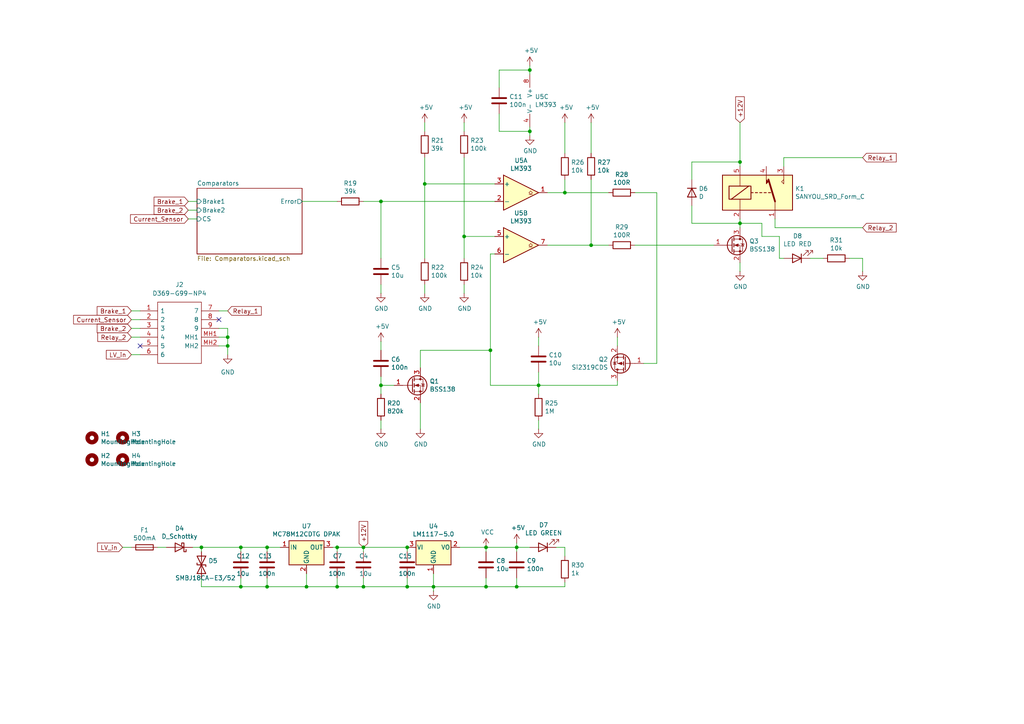
<source format=kicad_sch>
(kicad_sch (version 20231120) (generator "eeschema") (generator_version "8.0")
  (paper "A4")
  (title_block (title "BSPD") (date "2021.04.23") (rev "V3") (company "PUT Motorsport") (comment 1 "Jakub Drankiewicz"))
  (lib_symbols
    (symbol "Comparator:LM393" (pin_names (offset 0.127))
      (property "Reference" "U" (at 3.81 3.81 0))
      (property "Value" "LM393" (at 6.35 -3.81 0))
      (symbol "LM393_1_1"
        (polyline (pts (xy -5.08 5.08) (xy 5.08 0) (xy -5.08 -5.08) (xy -5.08 5.08)) (stroke (width 0.254)) (fill (type background)))
        (polyline (pts (xy 3.302 -0.508) (xy 2.794 -0.508) (xy 3.302 0) (xy 2.794 0.508) (xy 2.286 0) (xy 2.794 -0.508) (xy 2.286 -0.508)) (stroke (width 0.127)))
        (pin open_collector line (at 7.62 0 180) (length 2.54) (name "~") (number "1"))
        (pin input line (at -7.62 -2.54 0) (length 2.54) (name "-") (number "2"))
        (pin input line (at -7.62 2.54 0) (length 2.54) (name "+") (number "3"))
      )
      (symbol "LM393_2_1"
        (polyline (pts (xy -5.08 5.08) (xy 5.08 0) (xy -5.08 -5.08) (xy -5.08 5.08)) (stroke (width 0.254)) (fill (type background)))
        (polyline (pts (xy 3.302 -0.508) (xy 2.794 -0.508) (xy 3.302 0) (xy 2.794 0.508) (xy 2.286 0) (xy 2.794 -0.508) (xy 2.286 -0.508)) (stroke (width 0.127)))
        (pin input line (at -7.62 2.54 0) (length 2.54) (name "+") (number "5"))
        (pin input line (at -7.62 -2.54 0) (length 2.54) (name "-") (number "6"))
        (pin open_collector line (at 7.62 0 180) (length 2.54) (name "~") (number "7"))
      )
      (symbol "LM393_3_1"
        (pin power_in line (at -2.54 -7.62 90) (length 3.81) (name "V-") (number "4"))
        (pin power_in line (at -2.54 7.62 270) (length 3.81) (name "V+") (number "8"))
      )
    )
    (symbol "D369-G99-NP4:D369-G99-NP4" (pin_names (offset 0.762))
      (property "Reference" "J" (at 19.05 7.62 0))
      (property "Value" "D369-G99-NP4" (at 19.05 5.08 0))
      (symbol "D369-G99-NP4_0_0"
        (pin passive line (at 0 0 0) (length 5.08) (name "1") (number "1"))
        (pin passive line (at 0 -2.54 0) (length 5.08) (name "2") (number "2"))
        (pin passive line (at 0 -5.08 0) (length 5.08) (name "3") (number "3"))
        (pin passive line (at 0 -7.62 0) (length 5.08) (name "4") (number "4"))
        (pin passive line (at 0 -10.16 0) (length 5.08) (name "5") (number "5"))
        (pin passive line (at 0 -12.7 0) (length 5.08) (name "6") (number "6"))
        (pin passive line (at 22.86 0 180) (length 5.08) (name "7") (number "7"))
        (pin passive line (at 22.86 -2.54 180) (length 5.08) (name "8") (number "8"))
        (pin passive line (at 22.86 -5.08 180) (length 5.08) (name "9") (number "9"))
        (pin passive line (at 22.86 -7.62 180) (length 5.08) (name "MH1") (number "MH1"))
        (pin passive line (at 22.86 -10.16 180) (length 5.08) (name "MH2") (number "MH2"))
      )
      (symbol "D369-G99-NP4_0_1"
        (polyline (pts (xy 5.08 2.54) (xy 17.78 2.54) (xy 17.78 -15.24) (xy 5.08 -15.24) (xy 5.08 2.54)) (stroke (width 0.1524)))
      )
    )
    (symbol "Device:C" (pin_numbers hide) (pin_names (offset 0.254))
      (property "Reference" "C" (at 0.635 2.54 0))
      (property "Value" "C" (at 0.635 -2.54 0))
      (symbol "C_0_1"
        (polyline (pts (xy -2.032 -0.762) (xy 2.032 -0.762)) (stroke (width 0.508)))
        (polyline (pts (xy -2.032 0.762) (xy 2.032 0.762)) (stroke (width 0.508)))
      )
      (symbol "C_1_1"
        (pin passive line (at 0 3.81 270) (length 2.794) (name "~") (number "1"))
        (pin passive line (at 0 -3.81 90) (length 2.794) (name "~") (number "2"))
      )
    )
    (symbol "Device:D" (pin_numbers hide) (pin_names (offset 1.016) hide)
      (property "Reference" "D" (at 0 2.54 0))
      (property "Value" "D" (at 0 -2.54 0))
      (symbol "D_0_1"
        (polyline (pts (xy -1.27 1.27) (xy -1.27 -1.27)) (stroke (width 0.254)))
        (polyline (pts (xy 1.27 0) (xy -1.27 0)))
        (polyline (pts (xy 1.27 1.27) (xy 1.27 -1.27) (xy -1.27 0) (xy 1.27 1.27)) (stroke (width 0.254)))
      )
      (symbol "D_1_1"
        (pin passive line (at -3.81 0 0) (length 2.54) (name "K") (number "1"))
        (pin passive line (at 3.81 0 180) (length 2.54) (name "A") (number "2"))
      )
    )
    (symbol "Device:D_Schottky" (pin_numbers hide) (pin_names (offset 1.016) hide)
      (property "Reference" "D" (at 0 2.54 0))
      (property "Value" "D_Schottky" (at 0 -2.54 0))
      (symbol "D_Schottky_0_1"
        (polyline (pts (xy 1.27 0) (xy -1.27 0)))
        (polyline (pts (xy 1.27 1.27) (xy 1.27 -1.27) (xy -1.27 0) (xy 1.27 1.27)) (stroke (width 0.254)))
        (polyline (pts (xy -1.905 0.635) (xy -1.905 1.27) (xy -1.27 1.27) (xy -1.27 -1.27) (xy -0.635 -1.27) (xy -0.635 -0.635)) (stroke (width 0.254)))
      )
      (symbol "D_Schottky_1_1"
        (pin passive line (at -3.81 0 0) (length 2.54) (name "K") (number "1"))
        (pin passive line (at 3.81 0 180) (length 2.54) (name "A") (number "2"))
      )
    )
    (symbol "Device:D_TVS" (pin_numbers hide) (pin_names (offset 1.016) hide)
      (property "Reference" "D" (at 0 2.54 0))
      (property "Value" "D_TVS" (at 0 -2.54 0))
      (symbol "D_TVS_0_1"
        (polyline (pts (xy 1.27 0) (xy -1.27 0)))
        (polyline (pts (xy 0.508 1.27) (xy 0 1.27) (xy 0 -1.27) (xy -0.508 -1.27)) (stroke (width 0.254)))
        (polyline (pts (xy -2.54 1.27) (xy -2.54 -1.27) (xy 2.54 1.27) (xy 2.54 -1.27) (xy -2.54 1.27)) (stroke (width 0.254)))
      )
      (symbol "D_TVS_1_1"
        (pin passive line (at -3.81 0 0) (length 2.54) (name "A1") (number "1"))
        (pin passive line (at 3.81 0 180) (length 2.54) (name "A2") (number "2"))
      )
    )
    (symbol "Device:Fuse" (pin_numbers hide) (pin_names (offset 0))
      (property "Reference" "F" (at 2.032 0 90))
      (property "Value" "Fuse" (at -1.905 0 90))
      (symbol "Fuse_0_1"
        (rectangle (start -0.762 -2.54) (end 0.762 2.54) (stroke (width 0.254)))
        (polyline (pts (xy 0 2.54) (xy 0 -2.54)))
      )
      (symbol "Fuse_1_1"
        (pin passive line (at 0 3.81 270) (length 1.27) (name "~") (number "1"))
        (pin passive line (at 0 -3.81 90) (length 1.27) (name "~") (number "2"))
      )
    )
    (symbol "Device:LED" (pin_numbers hide) (pin_names (offset 1.016) hide)
      (property "Reference" "D" (at 0 2.54 0))
      (property "Value" "LED" (at 0 -2.54 0))
      (symbol "LED_0_1"
        (polyline (pts (xy -1.27 -1.27) (xy -1.27 1.27)) (stroke (width 0.254)))
        (polyline (pts (xy -1.27 0) (xy 1.27 0)))
        (polyline (pts (xy 1.27 -1.27) (xy 1.27 1.27) (xy -1.27 0) (xy 1.27 -1.27)) (stroke (width 0.254)))
        (polyline (pts (xy -3.048 -0.762) (xy -4.572 -2.286) (xy -3.81 -2.286) (xy -4.572 -2.286) (xy -4.572 -1.524)))
        (polyline (pts (xy -1.778 -0.762) (xy -3.302 -2.286) (xy -2.54 -2.286) (xy -3.302 -2.286) (xy -3.302 -1.524)))
      )
      (symbol "LED_1_1"
        (pin passive line (at -3.81 0 0) (length 2.54) (name "K") (number "1"))
        (pin passive line (at 3.81 0 180) (length 2.54) (name "A") (number "2"))
      )
    )
    (symbol "Device:R" (pin_numbers hide) (pin_names (offset 0))
      (property "Reference" "R" (at 2.032 0 90))
      (property "Value" "R" (at 0 0 90))
      (symbol "R_0_1"
        (rectangle (start -1.016 -2.54) (end 1.016 2.54) (stroke (width 0.254)))
      )
      (symbol "R_1_1"
        (pin passive line (at 0 3.81 270) (length 1.27) (name "~") (number "1"))
        (pin passive line (at 0 -3.81 90) (length 1.27) (name "~") (number "2"))
      )
    )
    (symbol "Mechanical:MountingHole" (pin_names (offset 1.016)) (exclude_from_sim yes) (in_bom no)
      (property "Reference" "H" (at 0 5.08 0))
      (property "Value" "MountingHole" (at 0 3.175 0))
      (symbol "MountingHole_0_1"
        (circle (center 0 0) (radius 1.27) (stroke (width 1.27)))
      )
    )
    (symbol "Regulator_Linear:L7812" (pin_names (offset 0.254))
      (property "Reference" "U" (at -3.81 3.175 0))
      (property "Value" "L7812" (at 0 3.175 0))
      (symbol "L7812_0_1"
        (rectangle (start -5.08 1.905) (end 5.08 -5.08) (stroke (width 0.254)) (fill (type background)))
      )
      (symbol "L7812_1_1"
        (pin power_in line (at -7.62 0 0) (length 2.54) (name "IN") (number "1"))
        (pin power_in line (at 0 -7.62 90) (length 2.54) (name "GND") (number "2"))
        (pin power_out line (at 7.62 0 180) (length 2.54) (name "OUT") (number "3"))
      )
    )
    (symbol "Regulator_Linear:LM1117-5.0" (pin_names (offset 0.254))
      (property "Reference" "U" (at -3.81 3.175 0))
      (property "Value" "Regulator_Linear_LM1117-5.0" (at 0 3.175 0))
      (symbol "LM1117-5.0_0_1"
        (rectangle (start -5.08 -5.08) (end 5.08 1.905) (stroke (width 0.254)) (fill (type background)))
      )
      (symbol "LM1117-5.0_1_1"
        (pin power_in line (at 0 -7.62 90) (length 2.54) (name "GND") (number "1"))
        (pin power_out line (at 7.62 0 180) (length 2.54) (name "VO") (number "2"))
        (pin power_in line (at -7.62 0 0) (length 2.54) (name "VI") (number "3"))
      )
    )
    (symbol "Relay:SANYOU_SRD_Form_C"
      (property "Reference" "K" (at 11.43 3.81 0))
      (property "Value" "SANYOU_SRD_Form_C" (at 11.43 1.27 0))
      (symbol "SANYOU_SRD_Form_C_0_0"
        (polyline (pts (xy 7.62 5.08) (xy 7.62 2.54) (xy 6.985 3.175) (xy 7.62 3.81)))
      )
      (symbol "SANYOU_SRD_Form_C_0_1"
        (rectangle (start -10.16 5.08) (end 10.16 -5.08) (stroke (width 0.254)) (fill (type background)))
        (rectangle (start -8.255 1.905) (end -1.905 -1.905) (stroke (width 0.254)))
        (polyline (pts (xy -7.62 -1.905) (xy -2.54 1.905)) (stroke (width 0.254)))
        (polyline (pts (xy -5.08 -5.08) (xy -5.08 -1.905)))
        (polyline (pts (xy -5.08 5.08) (xy -5.08 1.905)))
        (polyline (pts (xy -1.905 0) (xy -1.27 0)) (stroke (width 0.254)))
        (polyline (pts (xy -0.635 0) (xy 0 0)) (stroke (width 0.254)))
        (polyline (pts (xy 0.635 0) (xy 1.27 0)) (stroke (width 0.254)))
        (polyline (pts (xy 1.905 0) (xy 2.54 0)) (stroke (width 0.254)))
        (polyline (pts (xy 3.175 0) (xy 3.81 0)) (stroke (width 0.254)))
        (polyline (pts (xy 5.08 -2.54) (xy 3.175 3.81)) (stroke (width 0.508)))
        (polyline (pts (xy 5.08 -2.54) (xy 5.08 -5.08)))
      )
      (symbol "SANYOU_SRD_Form_C_1_1"
        (polyline (pts (xy 2.54 3.81) (xy 3.175 3.175) (xy 2.54 2.54) (xy 2.54 5.08)) (fill (type outline)))
        (pin passive line (at 5.08 -7.62 90) (length 2.54) (name "~") (number "1"))
        (pin passive line (at -5.08 -7.62 90) (length 2.54) (name "~") (number "2"))
        (pin passive line (at 7.62 7.62 270) (length 2.54) (name "~") (number "3"))
        (pin passive line (at 2.54 7.62 270) (length 2.54) (name "~") (number "4"))
        (pin passive line (at -5.08 7.62 270) (length 2.54) (name "~") (number "5"))
      )
    )
    (symbol "Transistor_FET:BSS138" (pin_names hide)
      (property "Reference" "Q" (at 5.08 1.905 0))
      (property "Value" "BSS138" (at 5.08 0 0))
      (symbol "BSS138_0_1"
        (polyline (pts (xy 0.254 0) (xy -2.54 0)))
        (polyline (pts (xy 0.254 1.905) (xy 0.254 -1.905)) (stroke (width 0.254)))
        (polyline (pts (xy 0.762 -1.27) (xy 0.762 -2.286)) (stroke (width 0.254)))
        (polyline (pts (xy 0.762 0.508) (xy 0.762 -0.508)) (stroke (width 0.254)))
        (polyline (pts (xy 0.762 2.286) (xy 0.762 1.27)) (stroke (width 0.254)))
        (polyline (pts (xy 2.54 2.54) (xy 2.54 1.778)))
        (polyline (pts (xy 2.54 -2.54) (xy 2.54 0) (xy 0.762 0)))
        (polyline (pts (xy 0.762 -1.778) (xy 3.302 -1.778) (xy 3.302 1.778) (xy 0.762 1.778)))
        (polyline (pts (xy 1.016 0) (xy 2.032 0.381) (xy 2.032 -0.381) (xy 1.016 0)) (fill (type outline)))
        (polyline (pts (xy 2.794 0.508) (xy 2.921 0.381) (xy 3.683 0.381) (xy 3.81 0.254)))
        (polyline (pts (xy 3.302 0.381) (xy 2.921 -0.254) (xy 3.683 -0.254) (xy 3.302 0.381)))
        (circle (center 1.651 0) (radius 2.794) (stroke (width 0.254)))
        (circle (center 2.54 -1.778) (radius 0.254) (fill (type outline)))
        (circle (center 2.54 1.778) (radius 0.254) (fill (type outline)))
      )
      (symbol "BSS138_1_1"
        (pin input line (at -5.08 0 0) (length 2.54) (name "G") (number "1"))
        (pin passive line (at 2.54 -5.08 90) (length 2.54) (name "S") (number "2"))
        (pin passive line (at 2.54 5.08 270) (length 2.54) (name "D") (number "3"))
      )
    )
    (symbol "Transistor_FET:Si2319CDS" (pin_names hide)
      (property "Reference" "Q" (at 5.08 1.905 0))
      (property "Value" "Si2319CDS" (at 5.08 0 0))
      (symbol "Si2319CDS_0_1"
        (polyline (pts (xy 0.254 0) (xy -2.54 0)))
        (polyline (pts (xy 0.254 1.905) (xy 0.254 -1.905)) (stroke (width 0.254)))
        (polyline (pts (xy 0.762 -1.27) (xy 0.762 -2.286)) (stroke (width 0.254)))
        (polyline (pts (xy 0.762 0.508) (xy 0.762 -0.508)) (stroke (width 0.254)))
        (polyline (pts (xy 0.762 2.286) (xy 0.762 1.27)) (stroke (width 0.254)))
        (polyline (pts (xy 2.54 2.54) (xy 2.54 1.778)))
        (polyline (pts (xy 2.54 -2.54) (xy 2.54 0) (xy 0.762 0)))
        (polyline (pts (xy 0.762 1.778) (xy 3.302 1.778) (xy 3.302 -1.778) (xy 0.762 -1.778)))
        (polyline (pts (xy 2.286 0) (xy 1.27 0.381) (xy 1.27 -0.381) (xy 2.286 0)) (fill (type outline)))
        (polyline (pts (xy 2.794 -0.508) (xy 2.921 -0.381) (xy 3.683 -0.381) (xy 3.81 -0.254)))
        (polyline (pts (xy 3.302 -0.381) (xy 2.921 0.254) (xy 3.683 0.254) (xy 3.302 -0.381)))
        (circle (center 1.651 0) (radius 2.794) (stroke (width 0.254)))
        (circle (center 2.54 -1.778) (radius 0.254) (fill (type outline)))
        (circle (center 2.54 1.778) (radius 0.254) (fill (type outline)))
      )
      (symbol "Si2319CDS_1_1"
        (pin input line (at -5.08 0 0) (length 2.54) (name "G") (number "1"))
        (pin passive line (at 2.54 -5.08 90) (length 2.54) (name "S") (number "2"))
        (pin passive line (at 2.54 5.08 270) (length 2.54) (name "D") (number "3"))
      )
    )
    (symbol "power:+5V" (power) (pin_numbers hide) (pin_names (offset 0) hide)
      (property "Value" "+5V" (at 0 3.556 0))
      (symbol "+5V_0_1"
        (polyline (pts (xy -0.762 1.27) (xy 0 2.54)))
        (polyline (pts (xy 0 0) (xy 0 2.54)))
        (polyline (pts (xy 0 2.54) (xy 0.762 1.27)))
      )
      (symbol "+5V_1_1"
        (pin power_in line (at 0 0 90) (length 0) (name "~") (number "1"))
      )
    )
    (symbol "power:GND" (power) (pin_numbers hide) (pin_names (offset 0) hide)
      (property "Value" "GND" (at 0 -3.81 0))
      (symbol "GND_0_1"
        (polyline (pts (xy 0 0) (xy 0 -1.27) (xy 1.27 -1.27) (xy 0 -2.54) (xy -1.27 -1.27) (xy 0 -1.27)))
      )
      (symbol "GND_1_1"
        (pin power_in line (at 0 0 270) (length 0) (name "~") (number "1"))
      )
    )
    (symbol "power:VCC" (power) (pin_numbers hide) (pin_names (offset 0) hide)
      (property "Value" "VCC" (at 0 3.556 0))
      (symbol "VCC_0_1"
        (polyline (pts (xy -0.762 1.27) (xy 0 2.54)))
        (polyline (pts (xy 0 0) (xy 0 2.54)))
        (polyline (pts (xy 0 2.54) (xy 0.762 1.27)))
      )
      (symbol "VCC_1_1"
        (pin power_in line (at 0 0 90) (length 0) (name "~") (number "1"))
      )
    )
  )
  (junction (at 156.21 111.76))
  (junction (at 153.67 20.32))
  (junction (at 149.86 170.18))
  (junction (at 123.19 53.34))
  (junction (at 69.85 158.75))
  (junction (at 105.41 158.75))
  (junction (at 140.97 170.18))
  (junction (at 118.11 158.75))
  (junction (at 118.11 170.18))
  (junction (at 97.79 170.18))
  (junction (at 88.9 170.18))
  (junction (at 69.85 170.18))
  (junction (at 125.73 170.18))
  (junction (at 110.49 58.42))
  (junction (at 142.24 101.6))
  (junction (at 66.04 97.79))
  (junction (at 97.79 158.75))
  (junction (at 171.45 71.12))
  (junction (at 214.63 46.99))
  (junction (at 214.63 64.77))
  (junction (at 163.83 55.88))
  (junction (at 153.67 38.1))
  (junction (at 58.42 158.75))
  (junction (at 77.47 158.75))
  (junction (at 105.41 170.18))
  (junction (at 149.86 158.75))
  (junction (at 140.97 158.75))
  (junction (at 77.47 170.18))
  (junction (at 66.04 100.33))
  (junction (at 134.62 68.58))
  (junction (at 110.49 111.76))
  (no_connect (at 40.64 100.33))
  (no_connect (at 63.5 92.71))
  (wire (pts (xy 226.06 74.93) (xy 226.06 68.58)))
  (wire (pts (xy 153.67 20.32) (xy 153.67 21.59)))
  (wire (pts (xy 153.67 158.75) (xy 149.86 158.75)))
  (wire (pts (xy 163.83 168.91) (xy 163.83 170.18)))
  (wire (pts (xy 149.86 170.18) (xy 149.86 167.64)))
  (wire (pts (xy 156.21 124.46) (xy 156.21 121.92)))
  (wire (pts (xy 38.1 90.17) (xy 40.64 90.17)))
  (wire (pts (xy 38.1 102.87) (xy 40.64 102.87)))
  (wire (pts (xy 200.66 52.07) (xy 200.66 46.99)))
  (wire (pts (xy 110.49 124.46) (xy 110.49 121.92)))
  (wire (pts (xy 97.79 160.02) (xy 97.79 158.75)))
  (wire (pts (xy 140.97 170.18) (xy 149.86 170.18)))
  (wire (pts (xy 77.47 158.75) (xy 81.28 158.75)))
  (wire (pts (xy 134.62 68.58) (xy 134.62 74.93)))
  (wire (pts (xy 179.07 110.49) (xy 179.07 111.76)))
  (wire (pts (xy 140.97 158.75) (xy 149.86 158.75)))
  (wire (pts (xy 54.61 58.42) (xy 57.15 58.42)))
  (wire (pts (xy 220.98 68.58) (xy 220.98 64.77)))
  (wire (pts (xy 163.83 55.88) (xy 163.83 52.07)))
  (wire (pts (xy 214.63 78.74) (xy 214.63 76.2)))
  (wire (pts (xy 186.69 105.41) (xy 190.5 105.41)))
  (wire (pts (xy 176.53 71.12) (xy 171.45 71.12)))
  (wire (pts (xy 171.45 44.45) (xy 171.45 35.56)))
  (wire (pts (xy 77.47 167.64) (xy 77.47 170.18)))
  (wire (pts (xy 66.04 100.33) (xy 66.04 102.87)))
  (wire (pts (xy 118.11 160.02) (xy 118.11 158.75)))
  (wire (pts (xy 38.1 97.79) (xy 40.64 97.79)))
  (wire (pts (xy 63.5 95.25) (xy 66.04 95.25)))
  (wire (pts (xy 105.41 170.18) (xy 118.11 170.18)))
  (wire (pts (xy 121.92 101.6) (xy 142.24 101.6)))
  (wire (pts (xy 149.86 158.75) (xy 149.86 160.02)))
  (wire (pts (xy 226.06 68.58) (xy 220.98 68.58)))
  (wire (pts (xy 227.33 48.26) (xy 227.33 45.72)))
  (wire (pts (xy 118.11 167.64) (xy 118.11 170.18)))
  (wire (pts (xy 200.66 46.99) (xy 214.63 46.99)))
  (wire (pts (xy 88.9 166.37) (xy 88.9 170.18)))
  (wire (pts (xy 200.66 59.69) (xy 200.66 64.77)))
  (wire (pts (xy 156.21 97.79) (xy 156.21 100.33)))
  (wire (pts (xy 153.67 19.05) (xy 153.67 20.32)))
  (wire (pts (xy 238.76 74.93) (xy 234.95 74.93)))
  (wire (pts (xy 214.63 66.04) (xy 214.63 64.77)))
  (wire (pts (xy 179.07 100.33) (xy 179.07 97.79)))
  (wire (pts (xy 66.04 97.79) (xy 66.04 100.33)))
  (wire (pts (xy 158.75 71.12) (xy 171.45 71.12)))
  (wire (pts (xy 214.63 64.77) (xy 214.63 63.5)))
  (wire (pts (xy 153.67 39.37) (xy 153.67 38.1)))
  (wire (pts (xy 96.52 158.75) (xy 97.79 158.75)))
  (wire (pts (xy 105.41 158.75) (xy 118.11 158.75)))
  (wire (pts (xy 224.79 63.5) (xy 224.79 66.04)))
  (wire (pts (xy 63.5 100.33) (xy 66.04 100.33)))
  (wire (pts (xy 105.41 167.64) (xy 105.41 170.18)))
  (wire (pts (xy 163.83 170.18) (xy 149.86 170.18)))
  (wire (pts (xy 156.21 111.76) (xy 156.21 107.95)))
  (wire (pts (xy 144.78 33.02) (xy 144.78 38.1)))
  (wire (pts (xy 184.15 55.88) (xy 190.5 55.88)))
  (wire (pts (xy 123.19 35.56) (xy 123.19 38.1)))
  (wire (pts (xy 105.41 58.42) (xy 110.49 58.42)))
  (wire (pts (xy 179.07 111.76) (xy 156.21 111.76)))
  (wire (pts (xy 58.42 167.64) (xy 58.42 170.18)))
  (wire (pts (xy 171.45 52.07) (xy 171.45 71.12)))
  (wire (pts (xy 63.5 97.79) (xy 66.04 97.79)))
  (wire (pts (xy 250.19 74.93) (xy 246.38 74.93)))
  (wire (pts (xy 63.5 90.17) (xy 66.04 90.17)))
  (wire (pts (xy 140.97 167.64) (xy 140.97 170.18)))
  (wire (pts (xy 69.85 170.18) (xy 77.47 170.18)))
  (wire (pts (xy 142.24 73.66) (xy 142.24 101.6)))
  (wire (pts (xy 224.79 66.04) (xy 250.19 66.04)))
  (wire (pts (xy 134.62 38.1) (xy 134.62 35.56)))
  (wire (pts (xy 69.85 158.75) (xy 77.47 158.75)))
  (wire (pts (xy 184.15 71.12) (xy 207.01 71.12)))
  (wire (pts (xy 69.85 158.75) (xy 69.85 160.02)))
  (wire (pts (xy 123.19 45.72) (xy 123.19 53.34)))
  (wire (pts (xy 134.62 45.72) (xy 134.62 68.58)))
  (wire (pts (xy 153.67 20.32) (xy 144.78 20.32)))
  (wire (pts (xy 38.1 92.71) (xy 40.64 92.71)))
  (wire (pts (xy 87.63 58.42) (xy 97.79 58.42)))
  (wire (pts (xy 142.24 111.76) (xy 156.21 111.76)))
  (wire (pts (xy 121.92 106.68) (xy 121.92 101.6)))
  (wire (pts (xy 123.19 53.34) (xy 123.19 74.93)))
  (wire (pts (xy 97.79 158.75) (xy 105.41 158.75)))
  (wire (pts (xy 54.61 60.96) (xy 57.15 60.96)))
  (wire (pts (xy 88.9 170.18) (xy 97.79 170.18)))
  (wire (pts (xy 250.19 78.74) (xy 250.19 74.93)))
  (wire (pts (xy 54.61 63.5) (xy 57.15 63.5)))
  (wire (pts (xy 121.92 124.46) (xy 121.92 116.84)))
  (wire (pts (xy 134.62 85.09) (xy 134.62 82.55)))
  (wire (pts (xy 149.86 158.75) (xy 149.86 157.48)))
  (wire (pts (xy 58.42 158.75) (xy 69.85 158.75)))
  (wire (pts (xy 97.79 170.18) (xy 105.41 170.18)))
  (wire (pts (xy 110.49 111.76) (xy 110.49 109.22)))
  (wire (pts (xy 123.19 53.34) (xy 143.51 53.34)))
  (wire (pts (xy 123.19 82.55) (xy 123.19 85.09)))
  (wire (pts (xy 140.97 160.02) (xy 140.97 158.75)))
  (wire (pts (xy 97.79 167.64) (xy 97.79 170.18)))
  (wire (pts (xy 220.98 64.77) (xy 214.63 64.77)))
  (wire (pts (xy 77.47 158.75) (xy 77.47 160.02)))
  (wire (pts (xy 110.49 74.93) (xy 110.49 58.42)))
  (wire (pts (xy 214.63 46.99) (xy 214.63 35.56)))
  (wire (pts (xy 227.33 74.93) (xy 226.06 74.93)))
  (wire (pts (xy 144.78 20.32) (xy 144.78 25.4)))
  (wire (pts (xy 118.11 170.18) (xy 125.73 170.18)))
  (wire (pts (xy 58.42 170.18) (xy 69.85 170.18)))
  (wire (pts (xy 110.49 114.3) (xy 110.49 111.76)))
  (wire (pts (xy 144.78 38.1) (xy 153.67 38.1)))
  (wire (pts (xy 110.49 101.6) (xy 110.49 99.06)))
  (wire (pts (xy 214.63 48.26) (xy 214.63 46.99)))
  (wire (pts (xy 38.1 95.25) (xy 40.64 95.25)))
  (wire (pts (xy 227.33 45.72) (xy 250.19 45.72)))
  (wire (pts (xy 143.51 73.66) (xy 142.24 73.66)))
  (wire (pts (xy 45.72 158.75) (xy 48.26 158.75)))
  (wire (pts (xy 156.21 114.3) (xy 156.21 111.76)))
  (wire (pts (xy 163.83 158.75) (xy 161.29 158.75)))
  (wire (pts (xy 190.5 55.88) (xy 190.5 105.41)))
  (wire (pts (xy 110.49 58.42) (xy 143.51 58.42)))
  (wire (pts (xy 158.75 55.88) (xy 163.83 55.88)))
  (wire (pts (xy 110.49 85.09) (xy 110.49 82.55)))
  (wire (pts (xy 153.67 38.1) (xy 153.67 36.83)))
  (wire (pts (xy 55.88 158.75) (xy 58.42 158.75)))
  (wire (pts (xy 69.85 167.64) (xy 69.85 170.18)))
  (wire (pts (xy 58.42 158.75) (xy 58.42 160.02)))
  (wire (pts (xy 142.24 101.6) (xy 142.24 111.76)))
  (wire (pts (xy 176.53 55.88) (xy 163.83 55.88)))
  (wire (pts (xy 77.47 170.18) (xy 88.9 170.18)))
  (wire (pts (xy 133.35 158.75) (xy 140.97 158.75)))
  (wire (pts (xy 125.73 170.18) (xy 140.97 170.18)))
  (wire (pts (xy 114.3 111.76) (xy 110.49 111.76)))
  (wire (pts (xy 163.83 35.56) (xy 163.83 44.45)))
  (wire (pts (xy 200.66 64.77) (xy 214.63 64.77)))
  (wire (pts (xy 105.41 160.02) (xy 105.41 158.75)))
  (wire (pts (xy 125.73 170.18) (xy 125.73 166.37)))
  (wire (pts (xy 134.62 68.58) (xy 143.51 68.58)))
  (wire (pts (xy 163.83 161.29) (xy 163.83 158.75)))
  (wire (pts (xy 35.56 158.75) (xy 38.1 158.75)))
  (wire (pts (xy 66.04 95.25) (xy 66.04 97.79)))
  (wire (pts (xy 125.73 171.45) (xy 125.73 170.18)))
  (global_label "+12V" (shape input) (at 105.41 158.75 90) (property "Intersheetrefs" "${INTERSHEET_REFS}" (effects (hide yes))))
  (global_label "Brake_2" (shape input) (at 38.1 95.25 180) (property "Intersheetrefs" "${INTERSHEET_REFS}" (effects (hide yes))))
  (global_label "Brake_1" (shape input) (at 38.1 90.17 180) (property "Intersheetrefs" "${INTERSHEET_REFS}" (effects (hide yes))))
  (global_label "+12V" (shape input) (at 214.63 35.56 90) (property "Intersheetrefs" "${INTERSHEET_REFS}" (effects (hide yes))))
  (global_label "Current_Sensor" (shape input) (at 38.1 92.71 180) (property "Intersheetrefs" "${INTERSHEET_REFS}" (effects (hide yes))))
  (global_label "Relay_2" (shape input) (at 38.1 97.79 180) (property "Intersheetrefs" "${INTERSHEET_REFS}" (effects (hide yes))))
  (global_label "Relay_1" (shape input) (at 250.19 45.72 0) (property "Intersheetrefs" "${INTERSHEET_REFS}" (effects (hide yes))))
  (global_label "Current_Sensor" (shape input) (at 54.61 63.5 180) (property "Intersheetrefs" "${INTERSHEET_REFS}" (effects (hide yes))))
  (global_label "Relay_1" (shape input) (at 66.04 90.17 0) (property "Intersheetrefs" "${INTERSHEET_REFS}" (effects (hide yes))))
  (global_label "Relay_2" (shape input) (at 250.19 66.04 0) (property "Intersheetrefs" "${INTERSHEET_REFS}" (effects (hide yes))))
  (global_label "LV_in" (shape input) (at 35.56 158.75 180) (property "Intersheetrefs" "${INTERSHEET_REFS}" (effects (hide yes))))
  (global_label "LV_in" (shape input) (at 38.1 102.87 180) (property "Intersheetrefs" "${INTERSHEET_REFS}" (effects (hide yes))))
  (global_label "Brake_2" (shape input) (at 54.61 60.96 180) (property "Intersheetrefs" "${INTERSHEET_REFS}" (effects (hide yes))))
  (global_label "Brake_1" (shape input) (at 54.61 58.42 180) (property "Intersheetrefs" "${INTERSHEET_REFS}" (effects (hide yes))))
  (symbol (lib_id "Device:LED") (at 231.14 74.93 180) (unit 1)
    (property "Reference" "D8" (at 231.3178 68.453 0))
    (property "Value" "LED RED" (at 231.3178 70.7644 0))
    (property "Footprint" "Capacitor_SMD:C_1206_3216Metric" (effects (hide yes)))
  )
  (symbol (lib_id "Device:R") (at 242.57 74.93 270) (unit 1)
    (property "Reference" "R31" (at 242.57 69.6722 90))
    (property "Value" "10k" (at 242.57 71.9836 90))
    (property "Footprint" "Resistor_SMD:R_1206_3216Metric" (effects (hide yes)))
  )
  (symbol (lib_id "power:GND") (at 250.19 78.74 0) (unit 1)
    (property "Reference" "#PWR0150" (effects (hide yes)))
    (property "Value" "GND" (at 250.317 83.1342 0))
  )
  (symbol (lib_id "Device:LED") (at 157.48 158.75 180) (unit 1)
    (property "Reference" "D7" (at 157.6578 152.273 0))
    (property "Value" "LED GREEN" (at 157.6578 154.5844 0))
    (property "Footprint" "Capacitor_SMD:C_1206_3216Metric" (effects (hide yes)))
  )
  (symbol (lib_id "Device:R") (at 163.83 165.1 180) (unit 1)
    (property "Reference" "R30" (at 165.608 163.9316 0) (effects (justify right)))
    (property "Value" "1k" (at 165.608 166.243 0) (effects (justify right)))
    (property "Footprint" "Resistor_SMD:R_1206_3216Metric" (effects (hide yes)))
  )
  (symbol (lib_id "Device:D") (at 200.66 55.88 270) (unit 1)
    (property "Reference" "D6" (at 202.6666 54.7116 90) (effects (justify left)))
    (property "Value" "D" (at 202.6666 57.023 90) (effects (justify left)))
    (property "Footprint" "Diode_SMD:D_SMB" (effects (hide yes)))
  )
  (symbol (lib_id "power:VCC") (at 140.97 158.75 0) (unit 1)
    (property "Reference" "#PWR0108" (effects (hide yes)))
    (property "Value" "VCC" (at 141.4018 154.3558 0))
  )
  (symbol (lib_id "Comparator:LM393") (at 151.13 55.88 0) (unit 1)
    (property "Reference" "U5" (at 151.13 46.5582 0))
    (property "Value" "LM393" (at 151.13 48.8696 0))
    (property "Footprint" "Package_SO:SOIC-8_3.9x4.9mm_P1.27mm" (effects (hide yes)))
    (property "Datasheet" "http://www.ti.com/lit/ds/symlink/lm393-n.pdf" (effects (hide yes)))
  )
  (symbol (lib_id "Comparator:LM393") (at 151.13 71.12 0) (unit 2)
    (property "Reference" "U5" (at 151.13 61.7982 0))
    (property "Value" "LM393" (at 151.13 64.1096 0))
    (property "Footprint" "Package_SO:SOIC-8_3.9x4.9mm_P1.27mm" (effects (hide yes)))
    (property "Datasheet" "http://www.ti.com/lit/ds/symlink/lm393-n.pdf" (effects (hide yes)))
  )
  (symbol (lib_id "Device:R") (at 163.83 48.26 0) (unit 1)
    (property "Reference" "R26" (at 165.608 47.0916 0) (effects (justify left)))
    (property "Value" "10k" (at 165.608 49.403 0) (effects (justify left)))
    (property "Footprint" "Resistor_SMD:R_1206_3216Metric" (effects (hide yes)))
  )
  (symbol (lib_id "Device:R") (at 134.62 41.91 0) (unit 1)
    (property "Reference" "R23" (at 136.398 40.7416 0) (effects (justify left)))
    (property "Value" "100k" (at 136.398 43.053 0) (effects (justify left)))
    (property "Footprint" "Resistor_SMD:R_1206_3216Metric" (effects (hide yes)))
  )
  (symbol (lib_id "Device:R") (at 134.62 78.74 0) (unit 1)
    (property "Reference" "R24" (at 136.398 77.5716 0) (effects (justify left)))
    (property "Value" "10k" (at 136.398 79.883 0) (effects (justify left)))
    (property "Footprint" "Resistor_SMD:R_1206_3216Metric" (effects (hide yes)))
  )
  (symbol (lib_id "Device:R") (at 101.6 58.42 270) (unit 1)
    (property "Reference" "R19" (at 101.6 53.1622 90))
    (property "Value" "39k" (at 101.6 55.4736 90))
    (property "Footprint" "Resistor_SMD:R_1206_3216Metric" (effects (hide yes)))
  )
  (symbol (lib_id "power:+5V") (at 123.19 35.56 0) (unit 1)
    (property "Reference" "#PWR0128" (effects (hide yes)))
    (property "Value" "+5V" (at 123.571 31.1658 0))
  )
  (symbol (lib_id "power:+5V") (at 134.62 35.56 0) (unit 1)
    (property "Reference" "#PWR0129" (effects (hide yes)))
    (property "Value" "+5V" (at 135.001 31.1658 0))
  )
  (symbol (lib_id "power:+5V") (at 163.83 35.56 0) (unit 1)
    (property "Reference" "#PWR0130" (effects (hide yes)))
    (property "Value" "+5V" (at 164.211 31.1658 0))
  )
  (symbol (lib_id "Device:R") (at 123.19 78.74 0) (unit 1)
    (property "Reference" "R22" (at 124.968 77.5716 0) (effects (justify left)))
    (property "Value" "100k" (at 124.968 79.883 0) (effects (justify left)))
    (property "Footprint" "Resistor_SMD:R_1206_3216Metric" (effects (hide yes)))
  )
  (symbol (lib_id "power:GND") (at 134.62 85.09 0) (unit 1)
    (property "Reference" "#PWR0131" (effects (hide yes)))
    (property "Value" "GND" (at 134.747 89.4842 0))
  )
  (symbol (lib_id "power:GND") (at 123.19 85.09 0) (unit 1)
    (property "Reference" "#PWR0132" (effects (hide yes)))
    (property "Value" "GND" (at 123.317 89.4842 0))
  )
  (symbol (lib_id "power:GND") (at 110.49 85.09 0) (unit 1)
    (property "Reference" "#PWR0133" (effects (hide yes)))
    (property "Value" "GND" (at 110.617 89.4842 0))
  )
  (symbol (lib_id "Device:R") (at 123.19 41.91 0) (unit 1)
    (property "Reference" "R21" (at 124.968 40.7416 0) (effects (justify left)))
    (property "Value" "39k" (at 124.968 43.053 0) (effects (justify left)))
    (property "Footprint" "Resistor_SMD:R_1206_3216Metric" (effects (hide yes)))
  )
  (symbol (lib_id "Device:C") (at 110.49 78.74 0) (unit 1)
    (property "Reference" "C5" (at 113.411 77.5716 0) (effects (justify left)))
    (property "Value" "10u" (at 113.411 79.883 0) (effects (justify left)))
    (property "Footprint" "Capacitor_SMD:C_1206_3216Metric" (effects (hide yes)))
  )
  (symbol (lib_id "Device:R") (at 171.45 48.26 0) (unit 1)
    (property "Reference" "R27" (at 173.228 47.0916 0) (effects (justify left)))
    (property "Value" "10k" (at 173.228 49.403 0) (effects (justify left)))
    (property "Footprint" "Resistor_SMD:R_1206_3216Metric" (effects (hide yes)))
  )
  (symbol (lib_id "power:+5V") (at 171.45 35.56 0) (unit 1)
    (property "Reference" "#PWR0134" (effects (hide yes)))
    (property "Value" "+5V" (at 171.831 31.1658 0))
  )
  (symbol (lib_id "Device:R") (at 180.34 55.88 270) (unit 1)
    (property "Reference" "R28" (at 180.34 50.6222 90))
    (property "Value" "100R" (at 180.34 52.9336 90))
    (property "Footprint" "Resistor_SMD:R_1206_3216Metric" (effects (hide yes)))
  )
  (symbol (lib_id "Device:R") (at 180.34 71.12 270) (unit 1)
    (property "Reference" "R29" (at 180.34 65.8622 90))
    (property "Value" "100R" (at 180.34 68.1736 90))
    (property "Footprint" "Resistor_SMD:R_1206_3216Metric" (effects (hide yes)))
  )
  (symbol (lib_id "Transistor_FET:BSS138") (at 119.38 111.76 0) (unit 1)
    (property "Reference" "Q1" (at 124.6124 110.5916 0) (effects (justify left)))
    (property "Value" "BSS138" (at 124.6124 112.903 0) (effects (justify left)))
    (property "Footprint" "Package_TO_SOT_SMD:SOT-23" (effects (hide yes)))
    (property "Datasheet" "https://www.fairchildsemi.com/datasheets/BS/BSS138.pdf" (effects (hide yes)))
  )
  (symbol (lib_id "Transistor_FET:Si2319CDS") (at 181.61 105.41 180) (unit 1)
    (property "Reference" "Q2" (at 176.3776 104.2416 0) (effects (justify left)))
    (property "Value" "Si2319CDS" (at 176.3776 106.553 0) (effects (justify left)))
    (property "Footprint" "Package_TO_SOT_SMD:SOT-23" (effects (hide yes)))
    (property "Datasheet" "http://www.vishay.com/docs/66709/si2319cd.pdf" (effects (hide yes)))
  )
  (symbol (lib_id "power:+5V") (at 179.07 97.79 0) (unit 1)
    (property "Reference" "#PWR0135" (effects (hide yes)))
    (property "Value" "+5V" (at 179.451 93.3958 0))
  )
  (symbol (lib_id "power:+5V") (at 110.49 99.06 0) (unit 1)
    (property "Reference" "#PWR0136" (effects (hide yes)))
    (property "Value" "+5V" (at 110.871 94.6658 0))
  )
  (symbol (lib_id "Device:C") (at 110.49 105.41 0) (unit 1)
    (property "Reference" "C6" (at 113.411 104.2416 0) (effects (justify left)))
    (property "Value" "100n" (at 113.411 106.553 0) (effects (justify left)))
    (property "Footprint" "Capacitor_SMD:C_1206_3216Metric" (effects (hide yes)))
  )
  (symbol (lib_id "Device:R") (at 110.49 118.11 0) (unit 1)
    (property "Reference" "R20" (at 112.268 116.9416 0) (effects (justify left)))
    (property "Value" "820k" (at 112.268 119.253 0) (effects (justify left)))
    (property "Footprint" "Resistor_SMD:R_1206_3216Metric" (effects (hide yes)))
  )
  (symbol (lib_id "power:GND") (at 110.49 124.46 0) (unit 1)
    (property "Reference" "#PWR0137" (effects (hide yes)))
    (property "Value" "GND" (at 110.617 128.8542 0))
  )
  (symbol (lib_id "power:GND") (at 121.92 124.46 0) (unit 1)
    (property "Reference" "#PWR0138" (effects (hide yes)))
    (property "Value" "GND" (at 122.047 128.8542 0))
  )
  (symbol (lib_id "power:+5V") (at 156.21 97.79 0) (unit 1)
    (property "Reference" "#PWR0139" (effects (hide yes)))
    (property "Value" "+5V" (at 156.591 93.3958 0))
  )
  (symbol (lib_id "Device:C") (at 156.21 104.14 0) (unit 1)
    (property "Reference" "C10" (at 159.131 102.9716 0) (effects (justify left)))
    (property "Value" "10u" (at 159.131 105.283 0) (effects (justify left)))
    (property "Footprint" "Capacitor_SMD:C_1206_3216Metric" (effects (hide yes)))
  )
  (symbol (lib_id "Device:R") (at 156.21 118.11 0) (unit 1)
    (property "Reference" "R25" (at 157.988 116.9416 0) (effects (justify left)))
    (property "Value" "1M" (at 157.988 119.253 0) (effects (justify left)))
    (property "Footprint" "Resistor_SMD:R_1206_3216Metric" (effects (hide yes)))
  )
  (symbol (lib_id "power:GND") (at 156.21 124.46 0) (unit 1)
    (property "Reference" "#PWR0140" (effects (hide yes)))
    (property "Value" "GND" (at 156.337 128.8542 0))
  )
  (symbol (lib_id "Transistor_FET:BSS138") (at 212.09 71.12 0) (unit 1)
    (property "Reference" "Q3" (at 217.3224 69.9516 0) (effects (justify left)))
    (property "Value" "BSS138" (at 217.3224 72.263 0) (effects (justify left)))
    (property "Footprint" "Package_TO_SOT_SMD:SOT-23" (effects (hide yes)))
    (property "Datasheet" "https://www.fairchildsemi.com/datasheets/BS/BSS138.pdf" (effects (hide yes)))
  )
  (symbol (lib_id "power:GND") (at 214.63 78.74 0) (unit 1)
    (property "Reference" "#PWR0141" (effects (hide yes)))
    (property "Value" "GND" (at 214.757 83.1342 0))
  )
  (symbol (lib_id "Device:C") (at 97.79 163.83 0) (unit 1)
    (property "Reference" "C7" (at 96.52 161.29 0) (effects (justify left)))
    (property "Value" "100n" (at 95.25 166.37 0) (effects (justify left)))
    (property "Footprint" "Capacitor_SMD:C_1206_3216Metric" (effects (hide yes)))
  )
  (symbol (lib_id "Device:C") (at 140.97 163.83 0) (unit 1)
    (property "Reference" "C8" (at 143.891 162.6616 0) (effects (justify left)))
    (property "Value" "10u" (at 143.891 164.973 0) (effects (justify left)))
    (property "Footprint" "Capacitor_SMD:C_1206_3216Metric" (effects (hide yes)))
  )
  (symbol (lib_id "Device:C") (at 149.86 163.83 0) (unit 1)
    (property "Reference" "C9" (at 152.781 162.6616 0) (effects (justify left)))
    (property "Value" "100n" (at 152.781 164.973 0) (effects (justify left)))
    (property "Footprint" "Capacitor_SMD:C_1206_3216Metric" (effects (hide yes)))
  )
  (symbol (lib_id "Device:C") (at 105.41 163.83 0) (unit 1)
    (property "Reference" "C4" (at 104.14 161.29 0) (effects (justify left)))
    (property "Value" "10u" (at 104.14 166.37 0) (effects (justify left)))
    (property "Footprint" "Capacitor_SMD:C_1206_3216Metric" (effects (hide yes)))
  )
  (symbol (lib_id "Device:Fuse") (at 41.91 158.75 270) (unit 1)
    (property "Reference" "F1" (at 41.91 153.7462 90))
    (property "Value" "500mA" (at 41.91 156.0576 90))
    (property "Footprint" "Fuse:Fuse_1206_3216Metric" (effects (hide yes)))
  )
  (symbol (lib_id "Device:D_Schottky") (at 52.07 158.75 180) (unit 1)
    (property "Reference" "D4" (at 52.07 153.2636 0))
    (property "Value" "D_Schottky" (at 52.07 155.575 0))
    (property "Footprint" "Diode_SMD:D_SMB" (effects (hide yes)))
  )
  (symbol (lib_id "Device:D_TVS") (at 58.42 163.83 270) (unit 1)
    (property "Reference" "D5" (at 60.4266 162.6616 90) (effects (justify left)))
    (property "Value" "SMBJ18CA-E3/52" (at 50.8 167.64 90) (effects (justify left)))
    (property "Footprint" "Diode_SMD:D_SMB" (effects (hide yes)))
  )
  (symbol (lib_id "power:GND") (at 125.73 171.45 0) (unit 1)
    (property "Reference" "#PWR0142" (effects (hide yes)))
    (property "Value" "GND" (at 125.857 175.8442 0))
  )
  (symbol (lib_id "power:+5V") (at 149.86 157.48 0) (unit 1)
    (property "Reference" "#PWR0143" (effects (hide yes)))
    (property "Value" "+5V" (at 150.241 153.0858 0))
  )
  (symbol (lib_id "Relay:SANYOU_SRD_Form_C") (at 219.71 55.88 0) (unit 1)
    (property "Reference" "K1" (at 230.632 54.7116 0) (effects (justify left)))
    (property "Value" "SANYOU_SRD_Form_C" (at 230.632 57.023 0) (effects (justify left)))
    (property "Footprint" "Relay_THT:Relay_SPDT_SANYOU_SRD_Series_Form_C" (effects (hide yes)))
    (property "Datasheet" "http://www.sanyourelay.ca/public/products/pdf/SRD.pdf" (effects (hide yes)))
  )
  (symbol (lib_id "Comparator:LM393") (at 156.21 29.21 0) (unit 3)
    (property "Reference" "U5" (at 155.1432 28.0416 0) (effects (justify left)))
    (property "Value" "LM393" (at 155.1432 30.353 0) (effects (justify left)))
    (property "Footprint" "Package_SO:SOIC-8_3.9x4.9mm_P1.27mm" (effects (hide yes)))
    (property "Datasheet" "http://www.ti.com/lit/ds/symlink/lm393-n.pdf" (effects (hide yes)))
  )
  (symbol (lib_id "power:+5V") (at 153.67 19.05 0) (unit 1)
    (property "Reference" "#PWR0148" (effects (hide yes)))
    (property "Value" "+5V" (at 154.051 14.6558 0))
  )
  (symbol (lib_id "power:GND") (at 153.67 39.37 0) (unit 1)
    (property "Reference" "#PWR0149" (effects (hide yes)))
    (property "Value" "GND" (at 153.797 43.7642 0))
  )
  (symbol (lib_id "Device:C") (at 144.78 29.21 0) (unit 1)
    (property "Reference" "C11" (at 147.701 28.0416 0) (effects (justify left)))
    (property "Value" "100n" (at 147.701 30.353 0) (effects (justify left)))
    (property "Footprint" "Capacitor_SMD:C_1206_3216Metric" (effects (hide yes)))
  )
  (symbol (lib_id "Mechanical:MountingHole") (at 26.67 127 0) (unit 1)
    (property "Reference" "H1" (at 29.21 125.8316 0) (effects (justify left)))
    (property "Value" "MountingHole" (at 29.21 128.143 0) (effects (justify left)))
    (property "Footprint" "MountingHole:MountingHole_3.2mm_M3_ISO7380" (effects (hide yes)))
  )
  (symbol (lib_id "Mechanical:MountingHole") (at 35.56 127 0) (unit 1)
    (property "Reference" "H3" (at 38.1 125.8316 0) (effects (justify left)))
    (property "Value" "MountingHole" (at 38.1 128.143 0) (effects (justify left)))
    (property "Footprint" "MountingHole:MountingHole_3.2mm_M3_ISO7380" (effects (hide yes)))
  )
  (symbol (lib_id "Mechanical:MountingHole") (at 35.56 133.35 0) (unit 1)
    (property "Reference" "H4" (at 38.1 132.1816 0) (effects (justify left)))
    (property "Value" "MountingHole" (at 38.1 134.493 0) (effects (justify left)))
    (property "Footprint" "MountingHole:MountingHole_3.2mm_M3_ISO7380" (effects (hide yes)))
  )
  (symbol (lib_id "Mechanical:MountingHole") (at 26.67 133.35 0) (unit 1)
    (property "Reference" "H2" (at 29.21 132.1816 0) (effects (justify left)))
    (property "Value" "MountingHole" (at 29.21 134.493 0) (effects (justify left)))
    (property "Footprint" "MountingHole:MountingHole_3.2mm_M3_ISO7380" (effects (hide yes)))
  )
  (symbol (lib_id "Regulator_Linear:L7812") (at 88.9 158.75 0) (unit 1)
    (property "Reference" "U7" (at 88.9 152.6032 0))
    (property "Value" "MC78M12CDTG DPAK" (at 88.9 154.9146 0))
    (property "Footprint" "Package_TO_SOT_SMD:TO-252-3_TabPin2" (effects (hide yes)))
    (property "Datasheet" "http://www.st.com/content/ccc/resource/technical/document/datasheet/41/4f/b3/b0/12/d4/47/88/CD00000444.pdf/files/CD00000444.pdf/jcr:content/translations/en.CD00000444.pdf" (effects (hide yes)))
  )
  (symbol (lib_id "Device:C") (at 118.11 163.83 0) (unit 1)
    (property "Reference" "C15" (at 115.57 161.29 0) (effects (justify left)))
    (property "Value" "100n" (at 115.57 166.37 0) (effects (justify left)))
    (property "Footprint" "Capacitor_SMD:C_1206_3216Metric" (effects (hide yes)))
  )
  (symbol (lib_id "Device:C") (at 69.85 163.83 0) (unit 1)
    (property "Reference" "C12" (at 68.58 161.29 0) (effects (justify left)))
    (property "Value" "10u" (at 68.58 166.37 0) (effects (justify left)))
    (property "Footprint" "Capacitor_SMD:C_1206_3216Metric" (effects (hide yes)))
  )
  (symbol (lib_id "Device:C") (at 77.47 163.83 0) (unit 1)
    (property "Reference" "C13" (at 74.93 161.29 0) (effects (justify left)))
    (property "Value" "100n" (at 74.93 166.37 0) (effects (justify left)))
    (property "Footprint" "Capacitor_SMD:C_1206_3216Metric" (effects (hide yes)))
  )
  (symbol (lib_id "Regulator_Linear:LM1117-5.0") (at 125.73 158.75 0) (unit 1)
    (property "Reference" "U4" (at 125.73 152.6032 0))
    (property "Value" "LM1117-5.0" (at 125.73 154.9146 0))
    (property "Footprint" "Package_TO_SOT_SMD:SOT-223" (effects (hide yes)))
    (property "Datasheet" "http://www.ti.com/lit/ds/symlink/lm1117.pdf" (effects (hide yes)))
  )
  (symbol (lib_id "D369-G99-NP4:D369-G99-NP4") (at 40.64 90.17 0) (unit 1)
    (property "Reference" "J2" (at 52.07 82.55 0))
    (property "Value" "D369-G99-NP4" (at 52.07 85.09 0))
    (property "Footprint" "Connector_9pin:D369G99NP4" (effects (hide yes)))
    (property "Description" "Body Features: Connector & Keying Code N | Primary Product Color Black | Configuration Features: Number of Positions 9 | Number of Loaded Positions 6 | PCB Mount Orientation Right Angle | Number of Rows 3 | Number of Columns 3 | Contact Features: PCB Contact Termination Area Plating Material Gold | Contact Layout Matrix | Contact Type Pin | Contact Current Rating (Max) 5 AMP | Contact Mating Area Plating Material Gold | Contact Shape & Form Round | Contact Base Material Copper Alloy | Electrical Characteris" (effects (hide yes)))
    (property "Height" "13.4" (effects (hide yes)))
    (property "Mouser Part Number" "571-D369-G99-NP4" (effects (hide yes)))
    (property "Mouser Price/Stock" "https://www.mouser.co.uk/ProductDetail/TE-Connectivity-DEUTSCH/D369-G99-NP4?qs=5aG0NVq1C4wpd4H4OKY5Dg%3D%3D" (effects (hide yes)))
    (property "Manufacturer_Name" "TE Connectivity" (effects (hide yes)))
    (property "Manufacturer_Part_Number" "D369-G99-NP4" (effects (hide yes)))
  )
  (symbol (lib_id "power:GND") (at 66.04 102.87 0) (unit 1)
    (property "Reference" "#PWR01" (effects (hide yes)))
    (property "Value" "GND" (at 66.04 107.95 0))
    (property "Description" "Power symbol creates a global label with name \"GND\" , ground" (effects (hide yes)))
  )
  (sheet (at 57.15 54.61) (size 30.48 19.05)
    (property "Sheetname" "Comparators" (at 57.15 53.8984 0) (effects (justify left bottom)))
    (property "Sheetfile" "Comparators.kicad_sch" (at 57.15 74.2446 0) (effects (justify left top)))
    (pin "Brake1" input (at 57.15 58.42 180))
    (pin "CS" input (at 57.15 63.5 180))
    (pin "Error" output (at 87.63 58.42 0))
    (pin "Brake2" input (at 57.15 60.96 180))
  )
)
</source>
